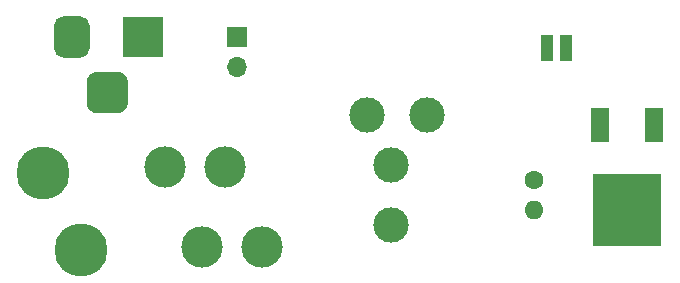
<source format=gbr>
%TF.GenerationSoftware,KiCad,Pcbnew,5.1.8-db9833491~87~ubuntu20.04.1*%
%TF.CreationDate,2020-11-29T22:55:04+09:00*%
%TF.ProjectId,Faston_and_Sun_LED-PCB,46617374-6f6e-45f6-916e-645f53756e5f,V1.0.1*%
%TF.SameCoordinates,Original*%
%TF.FileFunction,Soldermask,Top*%
%TF.FilePolarity,Negative*%
%FSLAX46Y46*%
G04 Gerber Fmt 4.6, Leading zero omitted, Abs format (unit mm)*
G04 Created by KiCad (PCBNEW 5.1.8-db9833491~87~ubuntu20.04.1) date 2020-11-29 22:55:04*
%MOMM*%
%LPD*%
G01*
G04 APERTURE LIST*
%ADD10C,3.000000*%
%ADD11C,4.500000*%
%ADD12C,3.500000*%
%ADD13R,1.000000X2.270000*%
%ADD14R,1.600000X3.000000*%
%ADD15R,5.800000X6.200000*%
%ADD16O,1.600000X1.600000*%
%ADD17C,1.600000*%
%ADD18O,1.700000X1.700000*%
%ADD19R,1.700000X1.700000*%
%ADD20R,3.500000X3.500000*%
G04 APERTURE END LIST*
D10*
%TO.C,J4*%
X148500000Y-96365000D03*
X148500000Y-101445000D03*
%TD*%
%TO.C,J3*%
X151540000Y-92075000D03*
X146460000Y-92075000D03*
%TD*%
D11*
%TO.C,J6*%
X122200000Y-103500000D03*
%TD*%
%TO.C,J5*%
X119000000Y-97000000D03*
%TD*%
D12*
%TO.C,J8*%
X137540000Y-103275000D03*
X132460000Y-103275000D03*
%TD*%
%TO.C,J7*%
X134400000Y-96520000D03*
X129320000Y-96520000D03*
%TD*%
D13*
%TO.C,D1*%
X161700000Y-86405000D03*
X163300000Y-86405000D03*
%TD*%
D14*
%TO.C,U1*%
X166220520Y-92952110D03*
X170780520Y-92952110D03*
D15*
X168500519Y-100132110D03*
%TD*%
D16*
%TO.C,R1*%
X160615000Y-100140000D03*
D17*
X160615000Y-97600000D03*
%TD*%
D18*
%TO.C,J2*%
X135430000Y-88035000D03*
D19*
X135430000Y-85495000D03*
%TD*%
%TO.C,J1*%
G36*
G01*
X122710000Y-91070000D02*
X122710000Y-89320000D01*
G75*
G02*
X123585000Y-88445000I875000J0D01*
G01*
X125335000Y-88445000D01*
G75*
G02*
X126210000Y-89320000I0J-875000D01*
G01*
X126210000Y-91070000D01*
G75*
G02*
X125335000Y-91945000I-875000J0D01*
G01*
X123585000Y-91945000D01*
G75*
G02*
X122710000Y-91070000I0J875000D01*
G01*
G37*
G36*
G01*
X119960000Y-86495000D02*
X119960000Y-84495000D01*
G75*
G02*
X120710000Y-83745000I750000J0D01*
G01*
X122210000Y-83745000D01*
G75*
G02*
X122960000Y-84495000I0J-750000D01*
G01*
X122960000Y-86495000D01*
G75*
G02*
X122210000Y-87245000I-750000J0D01*
G01*
X120710000Y-87245000D01*
G75*
G02*
X119960000Y-86495000I0J750000D01*
G01*
G37*
D20*
X127460000Y-85495000D03*
%TD*%
M02*

</source>
